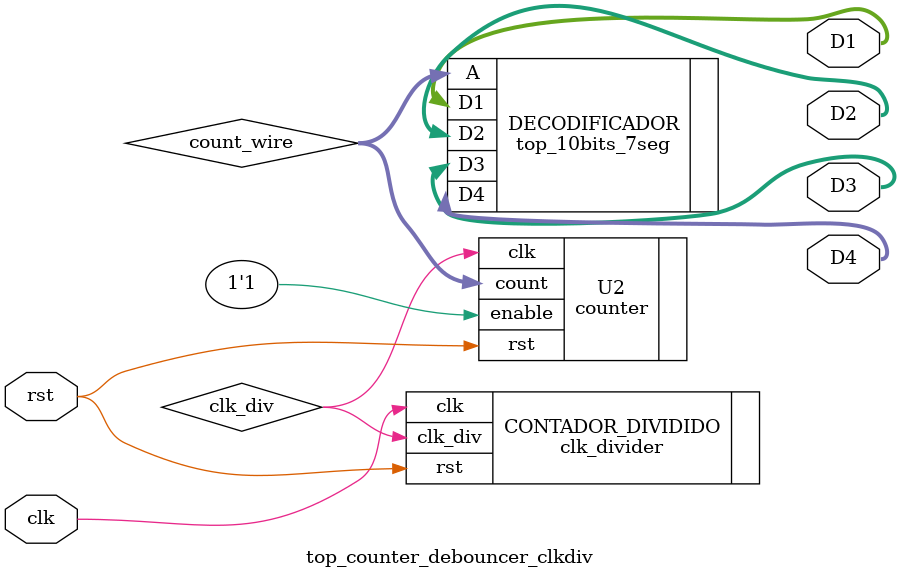
<source format=v>
module top_counter_debouncer_clkdiv(
    input clk,
    input rst,
	 output [6:0] D1, D2, D3, D4    
);

// Señales Auxiliares
wire clk_div;             
wire rst_debouncer;       
wire [22:0] count_wire;   

//50_000_000 es 1seg
//50_000_000 / 1_000
	 
counter U2 (.clk(clk_div),.rst(rst),.enable(1'b1),.count(count_wire));
	 
// Instancia del contador (con la salida de clk_div y rst_debouncer)
//counter CONTADOR_CLK_DIV (.clk(clk_div),.rst(rst),.enable(rst_debouncer),.count(count_wire));

// Instancia del divisor de reloj
clk_divider CONTADOR_DIVIDIDO (.clk(clk),.rst(rst),.clk_div(clk_div));

// Instancia del decodificador de 7 segmentos
top_10bits_7seg DECODIFICADOR (.A(count_wire),.D1(D1),.D2(D2),.D3(D3),.D4(D4));

endmodule
</source>
